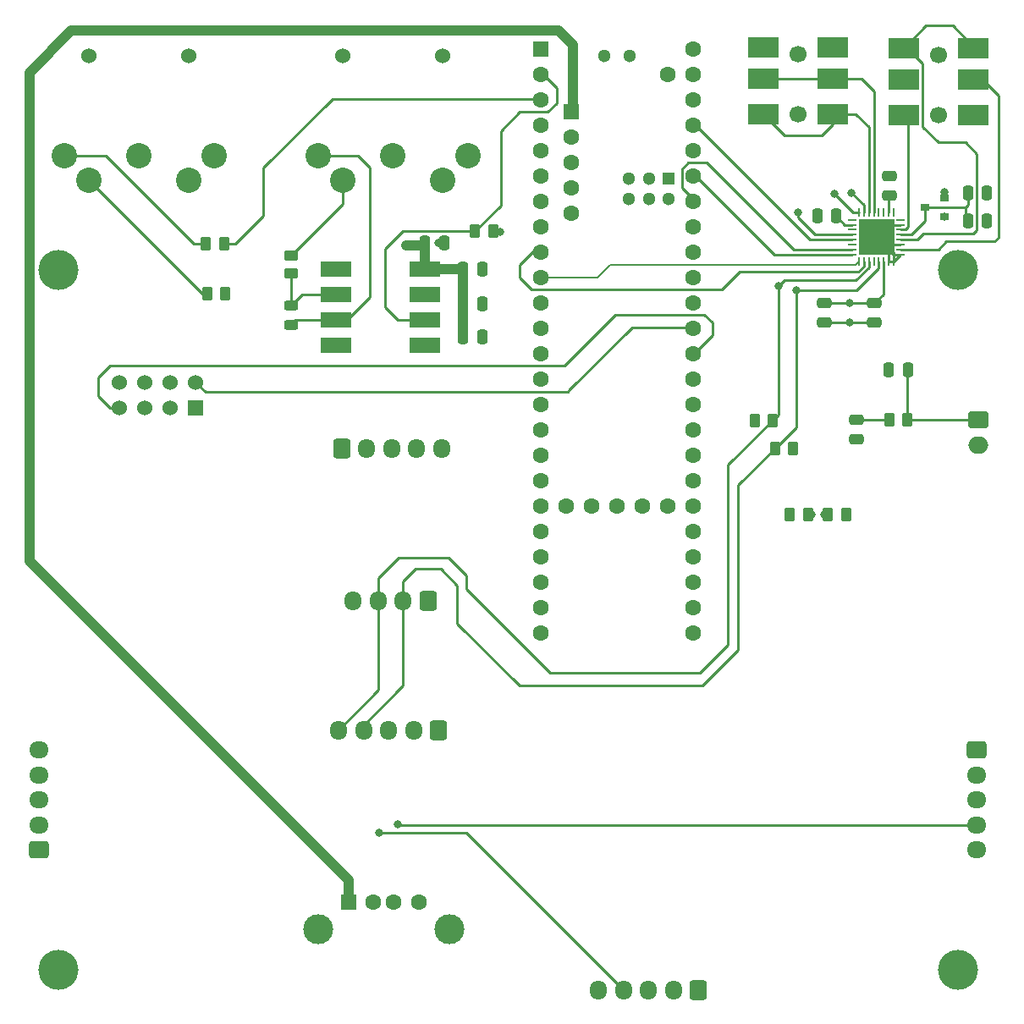
<source format=gbr>
%TF.GenerationSoftware,KiCad,Pcbnew,(6.0.1)*%
%TF.CreationDate,2022-04-22T15:57:16+02:00*%
%TF.ProjectId,BuitPCB,42756974-5043-4422-9e6b-696361645f70,rev?*%
%TF.SameCoordinates,Original*%
%TF.FileFunction,Copper,L1,Top*%
%TF.FilePolarity,Positive*%
%FSLAX46Y46*%
G04 Gerber Fmt 4.6, Leading zero omitted, Abs format (unit mm)*
G04 Created by KiCad (PCBNEW (6.0.1)) date 2022-04-22 15:57:16*
%MOMM*%
%LPD*%
G01*
G04 APERTURE LIST*
G04 Aperture macros list*
%AMRoundRect*
0 Rectangle with rounded corners*
0 $1 Rounding radius*
0 $2 $3 $4 $5 $6 $7 $8 $9 X,Y pos of 4 corners*
0 Add a 4 corners polygon primitive as box body*
4,1,4,$2,$3,$4,$5,$6,$7,$8,$9,$2,$3,0*
0 Add four circle primitives for the rounded corners*
1,1,$1+$1,$2,$3*
1,1,$1+$1,$4,$5*
1,1,$1+$1,$6,$7*
1,1,$1+$1,$8,$9*
0 Add four rect primitives between the rounded corners*
20,1,$1+$1,$2,$3,$4,$5,0*
20,1,$1+$1,$4,$5,$6,$7,0*
20,1,$1+$1,$6,$7,$8,$9,0*
20,1,$1+$1,$8,$9,$2,$3,0*%
G04 Aperture macros list end*
%TA.AperFunction,ComponentPad*%
%ADD10R,1.600000X1.600000*%
%TD*%
%TA.AperFunction,ComponentPad*%
%ADD11C,1.600000*%
%TD*%
%TA.AperFunction,ComponentPad*%
%ADD12R,1.300000X1.300000*%
%TD*%
%TA.AperFunction,ComponentPad*%
%ADD13C,1.300000*%
%TD*%
%TA.AperFunction,SMDPad,CuDef*%
%ADD14RoundRect,0.250000X-0.250000X-0.475000X0.250000X-0.475000X0.250000X0.475000X-0.250000X0.475000X0*%
%TD*%
%TA.AperFunction,SMDPad,CuDef*%
%ADD15RoundRect,0.243750X-0.456250X0.243750X-0.456250X-0.243750X0.456250X-0.243750X0.456250X0.243750X0*%
%TD*%
%TA.AperFunction,ComponentPad*%
%ADD16C,1.700000*%
%TD*%
%TA.AperFunction,SMDPad,CuDef*%
%ADD17R,3.150000X2.000000*%
%TD*%
%TA.AperFunction,ComponentPad*%
%ADD18RoundRect,0.250000X0.600000X0.725000X-0.600000X0.725000X-0.600000X-0.725000X0.600000X-0.725000X0*%
%TD*%
%TA.AperFunction,ComponentPad*%
%ADD19O,1.700000X1.950000*%
%TD*%
%TA.AperFunction,SMDPad,CuDef*%
%ADD20RoundRect,0.250000X0.450000X-0.262500X0.450000X0.262500X-0.450000X0.262500X-0.450000X-0.262500X0*%
%TD*%
%TA.AperFunction,SMDPad,CuDef*%
%ADD21RoundRect,0.250000X0.262500X0.450000X-0.262500X0.450000X-0.262500X-0.450000X0.262500X-0.450000X0*%
%TD*%
%TA.AperFunction,SMDPad,CuDef*%
%ADD22R,3.100000X1.600000*%
%TD*%
%TA.AperFunction,SMDPad,CuDef*%
%ADD23RoundRect,0.062500X0.337500X0.062500X-0.337500X0.062500X-0.337500X-0.062500X0.337500X-0.062500X0*%
%TD*%
%TA.AperFunction,SMDPad,CuDef*%
%ADD24RoundRect,0.062500X0.062500X0.337500X-0.062500X0.337500X-0.062500X-0.337500X0.062500X-0.337500X0*%
%TD*%
%TA.AperFunction,SMDPad,CuDef*%
%ADD25R,3.600000X3.600000*%
%TD*%
%TA.AperFunction,ComponentPad*%
%ADD26RoundRect,0.250000X0.725000X-0.600000X0.725000X0.600000X-0.725000X0.600000X-0.725000X-0.600000X0*%
%TD*%
%TA.AperFunction,ComponentPad*%
%ADD27O,1.950000X1.700000*%
%TD*%
%TA.AperFunction,ComponentPad*%
%ADD28C,1.524000*%
%TD*%
%TA.AperFunction,ComponentPad*%
%ADD29C,2.540000*%
%TD*%
%TA.AperFunction,ComponentPad*%
%ADD30C,3.000000*%
%TD*%
%TA.AperFunction,SMDPad,CuDef*%
%ADD31R,0.900000X0.800000*%
%TD*%
%TA.AperFunction,SMDPad,CuDef*%
%ADD32RoundRect,0.250000X0.475000X-0.250000X0.475000X0.250000X-0.475000X0.250000X-0.475000X-0.250000X0*%
%TD*%
%TA.AperFunction,SMDPad,CuDef*%
%ADD33RoundRect,0.250000X-0.475000X0.250000X-0.475000X-0.250000X0.475000X-0.250000X0.475000X0.250000X0*%
%TD*%
%TA.AperFunction,ComponentPad*%
%ADD34RoundRect,0.250000X-0.750000X0.600000X-0.750000X-0.600000X0.750000X-0.600000X0.750000X0.600000X0*%
%TD*%
%TA.AperFunction,ComponentPad*%
%ADD35O,2.000000X1.700000*%
%TD*%
%TA.AperFunction,SMDPad,CuDef*%
%ADD36RoundRect,0.250000X-0.262500X-0.450000X0.262500X-0.450000X0.262500X0.450000X-0.262500X0.450000X0*%
%TD*%
%TA.AperFunction,ComponentPad*%
%ADD37RoundRect,0.250000X-0.725000X0.600000X-0.725000X-0.600000X0.725000X-0.600000X0.725000X0.600000X0*%
%TD*%
%TA.AperFunction,ComponentPad*%
%ADD38R,1.524000X1.524000*%
%TD*%
%TA.AperFunction,SMDPad,CuDef*%
%ADD39RoundRect,0.250000X0.250000X0.475000X-0.250000X0.475000X-0.250000X-0.475000X0.250000X-0.475000X0*%
%TD*%
%TA.AperFunction,ComponentPad*%
%ADD40C,4.000000*%
%TD*%
%TA.AperFunction,ComponentPad*%
%ADD41RoundRect,0.250000X-0.600000X-0.725000X0.600000X-0.725000X0.600000X0.725000X-0.600000X0.725000X0*%
%TD*%
%TA.AperFunction,ViaPad*%
%ADD42C,0.800000*%
%TD*%
%TA.AperFunction,Conductor*%
%ADD43C,0.254000*%
%TD*%
%TA.AperFunction,Conductor*%
%ADD44C,0.250000*%
%TD*%
%TA.AperFunction,Conductor*%
%ADD45C,1.016000*%
%TD*%
%TA.AperFunction,Conductor*%
%ADD46C,0.200000*%
%TD*%
G04 APERTURE END LIST*
D10*
%TO.P,U1,1,GND*%
%TO.N,GND*%
X153252200Y-52853800D03*
D11*
%TO.P,U1,2,0_RX1_CRX2_CS1*%
%TO.N,MIDI_IN*%
X153252200Y-55393800D03*
%TO.P,U1,3,1_TX1_CTX2_MISO1*%
%TO.N,MIDI_OUT*%
X153252200Y-57933800D03*
%TO.P,U1,4,2_OUT2*%
%TO.N,SENS_XOUT_LEFT*%
X153252200Y-60473800D03*
%TO.P,U1,5,3_LRCLK2*%
%TO.N,SENS_XOUT_CENTER*%
X153252200Y-63013800D03*
%TO.P,U1,6,4_BCLK2*%
%TO.N,SENS_XOUT_RIGHT*%
X153252200Y-65553800D03*
%TO.P,U1,7,5_IN2*%
%TO.N,unconnected-(U1-Pad7)*%
X153252200Y-68093800D03*
%TO.P,U1,8,6_OUT1D*%
%TO.N,unconnected-(U1-Pad8)*%
X153252200Y-70633800D03*
%TO.P,U1,9,7_RX2_OUT1A*%
%TO.N,I2S_DIN*%
X153252200Y-73173800D03*
%TO.P,U1,10,8_TX2_IN1*%
%TO.N,I2S_DOUT*%
X153252200Y-75713800D03*
%TO.P,U1,11,9_OUT1C*%
%TO.N,TRELLIS_INT_PIN*%
X153252200Y-78253800D03*
%TO.P,U1,12,10_CS_MQSR*%
%TO.N,ROT_CLICK_SW*%
X153252200Y-80793800D03*
%TO.P,U1,13,11_MOSI_CTX1*%
%TO.N,ROT_CLICK_DT*%
X153252200Y-83333800D03*
%TO.P,U1,14,12_MISO_MQSL*%
%TO.N,ROT_CLICK_CLK*%
X153252200Y-85873800D03*
%TO.P,U1,15,3V3*%
%TO.N,+3V3*%
X153252200Y-88413800D03*
%TO.P,U1,16,24_A10_TX6_SCL2*%
%TO.N,unconnected-(U1-Pad16)*%
X153252200Y-90953800D03*
%TO.P,U1,17,25_A11_RX6_SDA2*%
%TO.N,unconnected-(U1-Pad17)*%
X153252200Y-93493800D03*
%TO.P,U1,18,26_A12_MOSI1*%
%TO.N,unconnected-(U1-Pad18)*%
X153252200Y-96033800D03*
%TO.P,U1,19,27_A13_SCK1*%
%TO.N,unconnected-(U1-Pad19)*%
X153252200Y-98573800D03*
%TO.P,U1,20,28_RX7*%
%TO.N,unconnected-(U1-Pad20)*%
X153252200Y-101113800D03*
%TO.P,U1,21,29_TX7*%
%TO.N,unconnected-(U1-Pad21)*%
X153252200Y-103653800D03*
%TO.P,U1,22,30_CRX3*%
%TO.N,unconnected-(U1-Pad22)*%
X153252200Y-106193800D03*
%TO.P,U1,23,31_CTX3*%
%TO.N,unconnected-(U1-Pad23)*%
X153252200Y-108733800D03*
%TO.P,U1,24,32_OUT1B*%
%TO.N,unconnected-(U1-Pad24)*%
X153252200Y-111273800D03*
%TO.P,U1,25,33_MCLK2*%
%TO.N,unconnected-(U1-Pad25)*%
X168492200Y-111273800D03*
%TO.P,U1,26,34_RX8*%
%TO.N,unconnected-(U1-Pad26)*%
X168492200Y-108733800D03*
%TO.P,U1,27,35_TX8*%
%TO.N,unconnected-(U1-Pad27)*%
X168492200Y-106193800D03*
%TO.P,U1,28,36_CS*%
%TO.N,unconnected-(U1-Pad28)*%
X168492200Y-103653800D03*
%TO.P,U1,29,37_CS*%
%TO.N,unconnected-(U1-Pad29)*%
X168492200Y-101113800D03*
%TO.P,U1,30,38_CS1_IN1*%
%TO.N,unconnected-(U1-Pad30)*%
X168492200Y-98573800D03*
%TO.P,U1,31,39_MISO1_OUT1A*%
%TO.N,unconnected-(U1-Pad31)*%
X168492200Y-96033800D03*
%TO.P,U1,32,40_A16*%
%TO.N,unconnected-(U1-Pad32)*%
X168492200Y-93493800D03*
%TO.P,U1,33,41_A17*%
%TO.N,unconnected-(U1-Pad33)*%
X168492200Y-90953800D03*
%TO.P,U1,34,GND*%
%TO.N,GND*%
X168492200Y-88413800D03*
%TO.P,U1,35,13_SCK_LED*%
%TO.N,unconnected-(U1-Pad35)*%
X168492200Y-85873800D03*
%TO.P,U1,36,14_A0_TX3_SPDIF_OUT*%
%TO.N,ESP8266_UART_RX*%
X168492200Y-83333800D03*
%TO.P,U1,37,15_A1_RX3_SPDIF_IN*%
%TO.N,ESP8266_UART_TX*%
X168492200Y-80793800D03*
%TO.P,U1,38,16_A2_RX4_SCL1*%
%TO.N,SENS_I2C_SCL*%
X168492200Y-78253800D03*
%TO.P,U1,39,17_A3_TX4_SDA1*%
%TO.N,SENS_I2C_SDA*%
X168492200Y-75713800D03*
%TO.P,U1,40,18_A4_SDA*%
%TO.N,I2C_SDA_3V3*%
X168492200Y-73173800D03*
%TO.P,U1,41,19_A5_SCL*%
%TO.N,I2C_SCL_3V3*%
X168492200Y-70633800D03*
%TO.P,U1,42,20_A6_TX5_LRCLK1*%
%TO.N,I2S_LRCLK*%
X168492200Y-68093800D03*
%TO.P,U1,43,21_A7_RX5_BCLK1*%
%TO.N,I2S_SCLK*%
X168492200Y-65553800D03*
%TO.P,U1,44,22_A8_CTX1*%
%TO.N,unconnected-(U1-Pad44)*%
X168492200Y-63013800D03*
%TO.P,U1,45,23_A9_CRX1_MCLK1*%
%TO.N,I2S_MCLK*%
X168492200Y-60473800D03*
%TO.P,U1,46,3V3*%
%TO.N,+3V3*%
X168492200Y-57933800D03*
%TO.P,U1,47,GND*%
%TO.N,GND*%
X168492200Y-55393800D03*
%TO.P,U1,48,VIN*%
%TO.N,V_USB*%
X168492200Y-52853800D03*
%TO.P,U1,49,VUSB*%
%TO.N,unconnected-(U1-Pad49)*%
X165952200Y-55393800D03*
%TO.P,U1,50,VBAT*%
%TO.N,unconnected-(U1-Pad50)*%
X155792200Y-98573800D03*
%TO.P,U1,51,3V3*%
%TO.N,+3V3*%
X158332200Y-98573800D03*
%TO.P,U1,52,GND*%
%TO.N,GND*%
X160872200Y-98573800D03*
%TO.P,U1,53,PROGRAM*%
%TO.N,unconnected-(U1-Pad53)*%
X163412200Y-98573800D03*
%TO.P,U1,54,ON_OFF*%
%TO.N,unconnected-(U1-Pad54)*%
X165952200Y-98573800D03*
D10*
%TO.P,U1,55,5V*%
%TO.N,USB_HOST_5V*%
X156303000Y-59153000D03*
D11*
%TO.P,U1,56,D-*%
%TO.N,USB_HOST_N*%
X156303000Y-61693000D03*
%TO.P,U1,57,D+*%
%TO.N,USB_HOST_P*%
X156303000Y-64233000D03*
%TO.P,U1,58,GND*%
%TO.N,GND*%
X156303000Y-66773000D03*
%TO.P,U1,59,GND*%
X156303000Y-69313000D03*
D12*
%TO.P,U1,60,R+*%
%TO.N,unconnected-(U1-Pad60)*%
X166053800Y-65823800D03*
D13*
%TO.P,U1,61,LED*%
%TO.N,unconnected-(U1-Pad61)*%
X164053800Y-65823800D03*
%TO.P,U1,62,T-*%
%TO.N,unconnected-(U1-Pad62)*%
X162053800Y-65823800D03*
%TO.P,U1,63,T+*%
%TO.N,unconnected-(U1-Pad63)*%
X162053800Y-67823800D03*
%TO.P,U1,64,GND*%
%TO.N,GND*%
X164053800Y-67823800D03*
%TO.P,U1,65,R-*%
%TO.N,unconnected-(U1-Pad65)*%
X166053800Y-67823800D03*
%TO.P,U1,66,D-*%
%TO.N,unconnected-(U1-Pad66)*%
X162142200Y-53583800D03*
%TO.P,U1,67,D+*%
%TO.N,unconnected-(U1-Pad67)*%
X159602200Y-53583800D03*
%TD*%
D14*
%TO.P,C1,1*%
%TO.N,V_USB*%
X141637000Y-72234000D03*
%TO.P,C1,2*%
%TO.N,GND*%
X143537000Y-72234000D03*
%TD*%
%TO.P,C2,1*%
%TO.N,VDDA*%
X195961000Y-70104000D03*
%TO.P,C2,2*%
%TO.N,GND*%
X197861000Y-70104000D03*
%TD*%
%TO.P,C3,1*%
%TO.N,VDDA*%
X195961000Y-67310000D03*
%TO.P,C3,2*%
%TO.N,GND*%
X197861000Y-67310000D03*
%TD*%
D15*
%TO.P,D1,1,K*%
%TO.N,Net-(D1-Pad1)*%
X128270000Y-78564500D03*
%TO.P,D1,2,A*%
%TO.N,Net-(D1-Pad2)*%
X128270000Y-80439500D03*
%TD*%
D16*
%TO.P,J4,*%
%TO.N,*%
X179000000Y-53376000D03*
X179000000Y-59376000D03*
D17*
%TO.P,J4,R*%
%TO.N,LINE_IN_R*%
X182475000Y-55876000D03*
X175525000Y-55876000D03*
%TO.P,J4,S*%
%TO.N,GND*%
X182475000Y-52676000D03*
X175525000Y-52676000D03*
%TO.P,J4,T*%
%TO.N,LINE_IN_L*%
X175525000Y-59376000D03*
X182475000Y-59376000D03*
%TD*%
D18*
%TO.P,J11,1,Pin_1*%
%TO.N,+3V3*%
X141952000Y-108048000D03*
D19*
%TO.P,J11,2,Pin_2*%
%TO.N,I2C_SCL_3V3*%
X139452000Y-108048000D03*
%TO.P,J11,3,Pin_3*%
%TO.N,I2C_SDA_3V3*%
X136952000Y-108048000D03*
%TO.P,J11,4,Pin_4*%
%TO.N,GND*%
X134452000Y-108048000D03*
%TD*%
D20*
%TO.P,R1,1*%
%TO.N,Net-(D1-Pad1)*%
X128270000Y-75334500D03*
%TO.P,R1,2*%
%TO.N,Net-(J1-Pad4)*%
X128270000Y-73509500D03*
%TD*%
D21*
%TO.P,R3,1*%
%TO.N,MIDI_OUT*%
X121562500Y-72390000D03*
%TO.P,R3,2*%
%TO.N,Net-(J2-Pad5)*%
X119737500Y-72390000D03*
%TD*%
D22*
%TO.P,U2,1,NC*%
%TO.N,unconnected-(U2-Pad1)*%
X132715000Y-74930000D03*
%TO.P,U2,2,C1*%
%TO.N,Net-(D1-Pad1)*%
X132715000Y-77470000D03*
%TO.P,U2,3,C2*%
%TO.N,Net-(D1-Pad2)*%
X132715000Y-80010000D03*
%TO.P,U2,4,NC*%
%TO.N,unconnected-(U2-Pad4)*%
X132715000Y-82550000D03*
%TO.P,U2,5,GND*%
%TO.N,GND*%
X141605000Y-82550000D03*
%TO.P,U2,6,VO2*%
%TO.N,MIDI_IN*%
X141605000Y-80010000D03*
%TO.P,U2,7,VO1*%
%TO.N,unconnected-(U2-Pad7)*%
X141605000Y-77470000D03*
%TO.P,U2,8,VCC*%
%TO.N,V_USB*%
X141605000Y-74930000D03*
%TD*%
D23*
%TO.P,U4,1,GND*%
%TO.N,GND*%
X189250000Y-73450000D03*
%TO.P,U4,2,HP_R*%
%TO.N,HP_R*%
X189250000Y-72950000D03*
%TO.P,U4,3,GND*%
%TO.N,GND*%
X189250000Y-72450000D03*
%TO.P,U4,4,HP_VGND*%
%TO.N,HP_GND*%
X189250000Y-71950000D03*
%TO.P,U4,5,VDDA*%
%TO.N,VDDA*%
X189250000Y-71450000D03*
%TO.P,U4,6,HP_L*%
%TO.N,HP_L*%
X189250000Y-70950000D03*
%TO.P,U4,7,AGND*%
%TO.N,GND*%
X189250000Y-70450000D03*
%TO.P,U4,8,NC*%
%TO.N,unconnected-(U4-Pad8)*%
X189250000Y-69950000D03*
D24*
%TO.P,U4,9,NC*%
%TO.N,unconnected-(U4-Pad9)*%
X188550000Y-69250000D03*
%TO.P,U4,10,VAG*%
%TO.N,Net-(C8-Pad2)*%
X188050000Y-69250000D03*
%TO.P,U4,11,LINEOUT_R*%
%TO.N,LINE_OUT_R*%
X187550000Y-69250000D03*
%TO.P,U4,12,LINEOUT_L*%
%TO.N,LINE_OUT_L*%
X187050000Y-69250000D03*
%TO.P,U4,13,LINEIN_R*%
%TO.N,LINE_IN_R*%
X186550000Y-69250000D03*
%TO.P,U4,14,LINEIN_L*%
%TO.N,LINE_IN_L*%
X186050000Y-69250000D03*
%TO.P,U4,15,MIC*%
%TO.N,MIC*%
X185550000Y-69250000D03*
%TO.P,U4,16,MIC_BIAS*%
%TO.N,MIC_BIAS*%
X185050000Y-69250000D03*
D23*
%TO.P,U4,17,NC*%
%TO.N,unconnected-(U4-Pad17)*%
X184350000Y-69950000D03*
%TO.P,U4,18,CPFILT*%
%TO.N,Net-(C9-Pad2)*%
X184350000Y-70450000D03*
%TO.P,U4,19,NC*%
%TO.N,unconnected-(U4-Pad19)*%
X184350000Y-70950000D03*
%TO.P,U4,20,VDDIO*%
%TO.N,+3V3*%
X184350000Y-71450000D03*
%TO.P,U4,21,SYS_MCLK*%
%TO.N,I2S_MCLK*%
X184350000Y-71950000D03*
%TO.P,U4,22,NC*%
%TO.N,unconnected-(U4-Pad22)*%
X184350000Y-72450000D03*
%TO.P,U4,23,I2S_LRCLK*%
%TO.N,I2S_LRCLK*%
X184350000Y-72950000D03*
%TO.P,U4,24,I2S_SCLK*%
%TO.N,I2S_SCLK*%
X184350000Y-73450000D03*
D24*
%TO.P,U4,25,I2S_DOUT*%
%TO.N,I2S_DOUT*%
X185050000Y-74150000D03*
%TO.P,U4,26,I2S_DIN*%
%TO.N,I2S_DIN*%
X185550000Y-74150000D03*
%TO.P,U4,27,CTRL_DATA*%
%TO.N,I2C_SDA_3V3*%
X186050000Y-74150000D03*
%TO.P,U4,28,NC*%
%TO.N,unconnected-(U4-Pad28)*%
X186550000Y-74150000D03*
%TO.P,U4,29,CTRL_CLK*%
%TO.N,I2C_SCL_3V3*%
X187050000Y-74150000D03*
%TO.P,U4,30,VDDD*%
%TO.N,+3V3*%
X187550000Y-74150000D03*
%TO.P,U4,31,CTRL_ADR0_CS*%
%TO.N,GND*%
X188050000Y-74150000D03*
%TO.P,U4,32,CTRL_MODE*%
X188550000Y-74150000D03*
D25*
%TO.P,U4,33,GND*%
X186800000Y-71700000D03*
%TD*%
D26*
%TO.P,J5,1,Pin_1*%
%TO.N,+3V3*%
X103000000Y-133000000D03*
D27*
%TO.P,J5,2,Pin_2*%
%TO.N,SENS_I2C_SCL*%
X103000000Y-130500000D03*
%TO.P,J5,3,Pin_3*%
%TO.N,SENS_I2C_SDA*%
X103000000Y-128000000D03*
%TO.P,J5,4,Pin_4*%
%TO.N,SENS_XOUT_LEFT*%
X103000000Y-125500000D03*
%TO.P,J5,5,Pin_5*%
%TO.N,GND*%
X103000000Y-123000000D03*
%TD*%
D18*
%TO.P,J9,1,Pin_1*%
%TO.N,+3V3*%
X169000000Y-147000000D03*
D19*
%TO.P,J9,2,Pin_2*%
%TO.N,SENS_I2C_SCL*%
X166500000Y-147000000D03*
%TO.P,J9,3,Pin_3*%
%TO.N,SENS_I2C_SDA*%
X164000000Y-147000000D03*
%TO.P,J9,4,Pin_4*%
%TO.N,SENS_XOUT_CENTER*%
X161500000Y-147000000D03*
%TO.P,J9,5,Pin_5*%
%TO.N,GND*%
X159000000Y-147000000D03*
%TD*%
D18*
%TO.P,J12,1,Pin_1*%
%TO.N,TRELLIS_INT_PIN*%
X143000000Y-121000000D03*
D19*
%TO.P,J12,2,Pin_2*%
%TO.N,+3V3*%
X140500000Y-121000000D03*
%TO.P,J12,3,Pin_3*%
%TO.N,GND*%
X138000000Y-121000000D03*
%TO.P,J12,4,Pin_4*%
%TO.N,I2C_SCL_3V3*%
X135500000Y-121000000D03*
%TO.P,J12,5,Pin_5*%
%TO.N,I2C_SDA_3V3*%
X133000000Y-121000000D03*
%TD*%
D28*
%TO.P,J2,*%
%TO.N,*%
X118030000Y-53535000D03*
X108030000Y-53535000D03*
D29*
%TO.P,J2,1*%
%TO.N,unconnected-(J2-Pad1)*%
X120530000Y-63535000D03*
%TO.P,J2,2*%
%TO.N,unconnected-(J2-Pad2)*%
X118030000Y-66035000D03*
%TO.P,J2,3*%
%TO.N,unconnected-(J2-Pad3)*%
X113030000Y-63535000D03*
%TO.P,J2,4*%
%TO.N,Net-(J2-Pad4)*%
X108030000Y-66035000D03*
%TO.P,J2,5*%
%TO.N,Net-(J2-Pad5)*%
X105530000Y-63535000D03*
%TD*%
D10*
%TO.P,J3,1,VBUS*%
%TO.N,USB_HOST_5V*%
X134000000Y-138253000D03*
D11*
%TO.P,J3,2,D-*%
%TO.N,USB_HOST_N*%
X136500000Y-138253000D03*
%TO.P,J3,3,D+*%
%TO.N,USB_HOST_P*%
X138500000Y-138253000D03*
%TO.P,J3,4,GND*%
%TO.N,GND*%
X141000000Y-138253000D03*
D30*
%TO.P,J3,5,Shield*%
X144070000Y-140963000D03*
X130930000Y-140963000D03*
%TD*%
D31*
%TO.P,U3,1,VI*%
%TO.N,+3V3*%
X193643000Y-69657000D03*
%TO.P,U3,2,GND*%
%TO.N,GND*%
X193643000Y-67757000D03*
%TO.P,U3,3,VO*%
%TO.N,VDDA*%
X191643000Y-68707000D03*
%TD*%
D32*
%TO.P,C4,1*%
%TO.N,GND*%
X186595600Y-80220200D03*
%TO.P,C4,2*%
%TO.N,+3V3*%
X186595600Y-78320200D03*
%TD*%
%TO.P,C7,1*%
%TO.N,GND*%
X181595600Y-80220200D03*
%TO.P,C7,2*%
%TO.N,+3V3*%
X181595600Y-78320200D03*
%TD*%
D33*
%TO.P,C8,1*%
%TO.N,GND*%
X188087000Y-65598000D03*
%TO.P,C8,2*%
%TO.N,Net-(C8-Pad2)*%
X188087000Y-67498000D03*
%TD*%
D14*
%TO.P,C9,1*%
%TO.N,GND*%
X180888600Y-69596000D03*
%TO.P,C9,2*%
%TO.N,Net-(C9-Pad2)*%
X182788600Y-69596000D03*
%TD*%
D33*
%TO.P,C11,1*%
%TO.N,MIC_BIAS*%
X184835800Y-89982000D03*
%TO.P,C11,2*%
%TO.N,GND*%
X184835800Y-91882000D03*
%TD*%
D34*
%TO.P,J8,1,Pin_1*%
%TO.N,Net-(C10-Pad2)*%
X197000000Y-90000000D03*
D35*
%TO.P,J8,2,Pin_2*%
%TO.N,GND*%
X197000000Y-92500000D03*
%TD*%
D36*
%TO.P,R14,1*%
%TO.N,MIC_BIAS*%
X188087500Y-90000000D03*
%TO.P,R14,2*%
%TO.N,Net-(C10-Pad2)*%
X189912500Y-90000000D03*
%TD*%
D28*
%TO.P,J1,*%
%TO.N,*%
X133430000Y-53535000D03*
X143430000Y-53535000D03*
D29*
%TO.P,J1,1*%
%TO.N,unconnected-(J1-Pad1)*%
X145930000Y-63535000D03*
%TO.P,J1,2*%
%TO.N,unconnected-(J1-Pad2)*%
X143430000Y-66035000D03*
%TO.P,J1,3*%
%TO.N,unconnected-(J1-Pad3)*%
X138430000Y-63535000D03*
%TO.P,J1,4*%
%TO.N,Net-(J1-Pad4)*%
X133430000Y-66035000D03*
%TO.P,J1,5*%
%TO.N,Net-(D1-Pad2)*%
X130930000Y-63535000D03*
%TD*%
D37*
%TO.P,J7,1,Pin_1*%
%TO.N,+3V3*%
X196850000Y-123000000D03*
D27*
%TO.P,J7,2,Pin_2*%
%TO.N,SENS_I2C_SCL*%
X196850000Y-125500000D03*
%TO.P,J7,3,Pin_3*%
%TO.N,SENS_I2C_SDA*%
X196850000Y-128000000D03*
%TO.P,J7,4,Pin_4*%
%TO.N,SENS_XOUT_RIGHT*%
X196850000Y-130500000D03*
%TO.P,J7,5,Pin_5*%
%TO.N,GND*%
X196850000Y-133000000D03*
%TD*%
D21*
%TO.P,R4,1*%
%TO.N,+3V3*%
X148486500Y-71120000D03*
%TO.P,R4,2*%
%TO.N,MIDI_IN*%
X146661500Y-71120000D03*
%TD*%
D28*
%TO.P,U6,1,TXD*%
%TO.N,ESP8266_UART_TX*%
X118711000Y-86204000D03*
%TO.P,U6,2,CH_PD*%
%TO.N,unconnected-(U6-Pad2)*%
X116171000Y-86204000D03*
%TO.P,U6,3,RST*%
%TO.N,unconnected-(U6-Pad3)*%
X113631000Y-86204000D03*
%TO.P,U6,4,VCC*%
%TO.N,+3V3*%
X111091000Y-86204000D03*
%TO.P,U6,5,RXD*%
%TO.N,ESP8266_UART_RX*%
X111091000Y-88744000D03*
%TO.P,U6,6,GPIO0*%
%TO.N,unconnected-(U6-Pad6)*%
X113631000Y-88744000D03*
%TO.P,U6,7,GPIO2*%
%TO.N,unconnected-(U6-Pad7)*%
X116171000Y-88744000D03*
D38*
%TO.P,U6,8,GND*%
%TO.N,GND*%
X118711000Y-88744000D03*
%TD*%
D16*
%TO.P,J6,*%
%TO.N,*%
X193000000Y-59468000D03*
X193000000Y-53468000D03*
D17*
%TO.P,J6,R*%
%TO.N,HP_R*%
X189525000Y-55968000D03*
X196475000Y-55968000D03*
%TO.P,J6,S*%
%TO.N,HP_GND*%
X189525000Y-52768000D03*
X196475000Y-52768000D03*
%TO.P,J6,T*%
%TO.N,HP_L*%
X196475000Y-59468000D03*
X189525000Y-59468000D03*
%TD*%
D14*
%TO.P,C10,1*%
%TO.N,MIC*%
X188050000Y-85000000D03*
%TO.P,C10,2*%
%TO.N,Net-(C10-Pad2)*%
X189950000Y-85000000D03*
%TD*%
D21*
%TO.P,R2,1*%
%TO.N,+3V3*%
X121689500Y-77343000D03*
%TO.P,R2,2*%
%TO.N,Net-(J2-Pad4)*%
X119864500Y-77343000D03*
%TD*%
D39*
%TO.P,C6,1*%
%TO.N,GND*%
X147347000Y-74901000D03*
%TO.P,C6,2*%
%TO.N,V_USB*%
X145447000Y-74901000D03*
%TD*%
D36*
%TO.P,R6,1*%
%TO.N,+3V3*%
X174620200Y-90064800D03*
%TO.P,R6,2*%
%TO.N,I2C_SDA_3V3*%
X176445200Y-90064800D03*
%TD*%
D39*
%TO.P,C12,1*%
%TO.N,GND*%
X147347000Y-78330000D03*
%TO.P,C12,2*%
%TO.N,V_USB*%
X145447000Y-78330000D03*
%TD*%
D40*
%TO.P,,1*%
%TO.N,N/C*%
X105000000Y-75000000D03*
%TD*%
%TO.P,,1*%
%TO.N,N/C*%
X195000000Y-145000000D03*
%TD*%
D21*
%TO.P,R8,1*%
%TO.N,+3V3*%
X183758500Y-99412000D03*
%TO.P,R8,2*%
%TO.N,SENS_I2C_SDA*%
X181933500Y-99412000D03*
%TD*%
D39*
%TO.P,C5,1*%
%TO.N,GND*%
X147347000Y-81632000D03*
%TO.P,C5,2*%
%TO.N,V_USB*%
X145447000Y-81632000D03*
%TD*%
D36*
%TO.P,R7,1*%
%TO.N,+3V3*%
X178157500Y-99412000D03*
%TO.P,R7,2*%
%TO.N,SENS_I2C_SCL*%
X179982500Y-99412000D03*
%TD*%
D40*
%TO.P,,1*%
%TO.N,N/C*%
X195000000Y-75000000D03*
%TD*%
%TO.P,REF\u002A\u002A,1*%
%TO.N,N/C*%
X105000000Y-145000000D03*
%TD*%
D41*
%TO.P,J10,1,Pin_1*%
%TO.N,GND*%
X133300000Y-92800000D03*
D19*
%TO.P,J10,2,Pin_2*%
%TO.N,+3V3*%
X135800000Y-92800000D03*
%TO.P,J10,3,Pin_3*%
%TO.N,ROT_CLICK_SW*%
X138300000Y-92800000D03*
%TO.P,J10,4,Pin_4*%
%TO.N,ROT_CLICK_DT*%
X140800000Y-92800000D03*
%TO.P,J10,5,Pin_5*%
%TO.N,ROT_CLICK_CLK*%
X143300000Y-92800000D03*
%TD*%
D21*
%TO.P,R5,1*%
%TO.N,+3V3*%
X178473400Y-92858800D03*
%TO.P,R5,2*%
%TO.N,I2C_SCL_3V3*%
X176648400Y-92858800D03*
%TD*%
D42*
%TO.N,GND*%
X147286000Y-74901000D03*
X182499000Y-52867000D03*
X193650000Y-67160000D03*
X185674000Y-71628000D03*
X185674000Y-70583000D03*
X186783000Y-70583000D03*
X180848000Y-69519800D03*
X147286000Y-78330000D03*
X187960000Y-71628000D03*
X141610000Y-82730000D03*
X147286000Y-81632000D03*
X184092200Y-80220200D03*
X184861200Y-91897200D03*
X197927000Y-67310000D03*
X188000000Y-70583000D03*
X142968000Y-72234000D03*
X185674000Y-72742000D03*
X186783000Y-72742000D03*
X197927000Y-70104000D03*
X187960000Y-72742000D03*
X186800000Y-71700000D03*
X175514000Y-52867000D03*
X188112400Y-65557400D03*
%TO.N,HP_L*%
X196342000Y-59690000D03*
X189615500Y-59558500D03*
%TO.N,HP_R*%
X196475000Y-55968000D03*
X189738000Y-56134000D03*
%TO.N,+3V3*%
X178172400Y-99412000D03*
X149190000Y-71160000D03*
X178969410Y-69215000D03*
X121700000Y-77375000D03*
X184112600Y-78320200D03*
X183760400Y-99412000D03*
X178477200Y-92858800D03*
X174616400Y-90064800D03*
X193630000Y-69650000D03*
%TO.N,I2C_SDA_3V3*%
X177012600Y-76606400D03*
%TO.N,I2C_SCL_3V3*%
X178765200Y-77012800D03*
%TO.N,SENS_I2C_SDA*%
X181610000Y-99412000D03*
%TO.N,SENS_I2C_SCL*%
X180340000Y-99412000D03*
%TO.N,SENS_XOUT_RIGHT*%
X138925000Y-130475000D03*
%TO.N,SENS_XOUT_CENTER*%
X137075000Y-131250000D03*
%TO.N,V_USB*%
X139793000Y-72488000D03*
%TO.N,MIC*%
X184327800Y-67259200D03*
X188036200Y-84963000D03*
%TO.N,MIC_BIAS*%
X184853800Y-90000000D03*
X182600600Y-67360800D03*
%TD*%
D43*
%TO.N,HP_L*%
X189975010Y-61950010D02*
X189975010Y-59918010D01*
X189975010Y-59918010D02*
X189615500Y-59558500D01*
%TO.N,LINE_IN_L*%
X186050000Y-60706000D02*
X184720000Y-59376000D01*
X186050000Y-65075000D02*
X186050000Y-60706000D01*
X184720000Y-59376000D02*
X182475000Y-59376000D01*
%TO.N,LINE_IN_R*%
X185284000Y-55876000D02*
X182475000Y-55876000D01*
X186550000Y-57142000D02*
X185284000Y-55876000D01*
X186550000Y-60820000D02*
X186550000Y-57142000D01*
%TO.N,HP_GND*%
X196850000Y-65151000D02*
X196850000Y-63378000D01*
X196850000Y-63378000D02*
X195702000Y-62230000D01*
D44*
X193032000Y-62230000D02*
X195702000Y-62230000D01*
D43*
%TO.N,HP_R*%
X199009000Y-59563000D02*
X199009000Y-57531000D01*
%TO.N,SENS_XOUT_RIGHT*%
X138950000Y-130500000D02*
X138925000Y-130475000D01*
X196850000Y-130500000D02*
X138950000Y-130500000D01*
%TO.N,I2C_SCL_3V3*%
X144873000Y-110373000D02*
X151086000Y-116586000D01*
X144873000Y-106524000D02*
X144873000Y-110373000D01*
X143222000Y-104873000D02*
X144873000Y-106524000D01*
X140682000Y-104873000D02*
X143222000Y-104873000D01*
X139452000Y-106103000D02*
X140682000Y-104873000D01*
X139452000Y-108048000D02*
X139452000Y-106103000D01*
%TO.N,I2C_SDA_3V3*%
X139031000Y-103730000D02*
X136952000Y-105809000D01*
X143984000Y-103730000D02*
X139031000Y-103730000D01*
X136952000Y-105809000D02*
X136952000Y-108048000D01*
X145762000Y-106905000D02*
X145762000Y-105508000D01*
X145762000Y-105508000D02*
X143984000Y-103730000D01*
X154173000Y-115316000D02*
X145762000Y-106905000D01*
X158491000Y-115316000D02*
X154173000Y-115316000D01*
D44*
X158491000Y-115316000D02*
X169164000Y-115316000D01*
D43*
X136999000Y-116952000D02*
X136999000Y-108048000D01*
%TO.N,I2C_SCL_3V3*%
X139452000Y-116580000D02*
X139189500Y-116842500D01*
X139452000Y-108048000D02*
X139452000Y-116580000D01*
D44*
X135500000Y-120532000D02*
X139189500Y-116842500D01*
D45*
%TO.N,USB_HOST_5V*%
X134000000Y-136000000D02*
X134000000Y-138253000D01*
X102074000Y-104074000D02*
X134000000Y-136000000D01*
D44*
%TO.N,Net-(J2-Pad5)*%
X105530000Y-63535000D02*
X109693000Y-63535000D01*
X118548000Y-72390000D02*
X119737500Y-72390000D01*
X109693000Y-63535000D02*
X118548000Y-72390000D01*
%TO.N,Net-(J2-Pad4)*%
X119338000Y-77343000D02*
X119864500Y-77343000D01*
X108030000Y-66035000D02*
X119338000Y-77343000D01*
%TO.N,GND*%
X184092200Y-80220200D02*
X181595600Y-80220200D01*
X187550000Y-72450000D02*
X186800000Y-71700000D01*
X188881000Y-73819000D02*
X189250000Y-73450000D01*
X188550000Y-74150000D02*
X188550000Y-73234000D01*
X188550000Y-73450000D02*
X186800000Y-71700000D01*
X188122000Y-70450000D02*
X187960000Y-70612000D01*
X188050000Y-74150000D02*
X188050000Y-72734000D01*
X188050000Y-72734000D02*
X187960000Y-72644000D01*
X189250000Y-70450000D02*
X188122000Y-70450000D01*
X189250000Y-73450000D02*
X188550000Y-73450000D01*
X186595600Y-80220200D02*
X184092200Y-80220200D01*
X188550000Y-73234000D02*
X187960000Y-72644000D01*
X188550000Y-74150000D02*
X188881000Y-73819000D01*
X188050000Y-74150000D02*
X188550000Y-74150000D01*
X189250000Y-72450000D02*
X187550000Y-72450000D01*
%TO.N,VDDA*%
X191643000Y-68707000D02*
X195707000Y-68707000D01*
X191643000Y-70104000D02*
X191643000Y-68707000D01*
X195707000Y-68707000D02*
X195707000Y-69850000D01*
X190297000Y-71450000D02*
X191643000Y-70104000D01*
X195707000Y-68707000D02*
X195961000Y-68453000D01*
X195961000Y-68453000D02*
X195961000Y-67310000D01*
X189250000Y-71450000D02*
X190297000Y-71450000D01*
X195707000Y-69850000D02*
X195961000Y-70104000D01*
%TO.N,Net-(D1-Pad2)*%
X133858000Y-80010000D02*
X136144000Y-77724000D01*
X136144000Y-77724000D02*
X136144000Y-64770000D01*
X134909000Y-63535000D02*
X130930000Y-63535000D01*
X132715000Y-80010000D02*
X128699500Y-80010000D01*
X128699500Y-80010000D02*
X128270000Y-80439500D01*
X136144000Y-64770000D02*
X134909000Y-63535000D01*
X132715000Y-80010000D02*
X133858000Y-80010000D01*
%TO.N,Net-(D1-Pad1)*%
X132715000Y-77470000D02*
X129364500Y-77470000D01*
X128270000Y-75334500D02*
X128270000Y-78564500D01*
X129364500Y-77470000D02*
X128270000Y-78564500D01*
%TO.N,Net-(J1-Pad4)*%
X133430000Y-66035000D02*
X133430000Y-68349500D01*
X133430000Y-68349500D02*
X128270000Y-73509500D01*
%TO.N,LINE_IN_L*%
X181356000Y-61503000D02*
X177652000Y-61503000D01*
X182475000Y-59376000D02*
X182475000Y-60384000D01*
X177652000Y-61503000D02*
X175525000Y-59376000D01*
X186050000Y-69250000D02*
X186050000Y-65075000D01*
X182475000Y-60384000D02*
X181356000Y-61503000D01*
%TO.N,LINE_IN_R*%
X175525000Y-55876000D02*
X182475000Y-55876000D01*
X186550000Y-60820000D02*
X186550000Y-69250000D01*
%TO.N,HP_L*%
X189615500Y-59558500D02*
X189525000Y-59468000D01*
X189975010Y-70673012D02*
X189975010Y-61950010D01*
X189698022Y-70950000D02*
X189975010Y-70673012D01*
X189250000Y-70950000D02*
X189698022Y-70950000D01*
%TO.N,HP_GND*%
X196475000Y-52768000D02*
X196475000Y-52584000D01*
X191450000Y-60648000D02*
X193032000Y-62230000D01*
X191516000Y-71374000D02*
X190940000Y-71950000D01*
X196850000Y-65151000D02*
X196850000Y-70993000D01*
X196469000Y-71374000D02*
X191516000Y-71374000D01*
X190940000Y-71950000D02*
X189250000Y-71950000D01*
X191747000Y-50546000D02*
X189525000Y-52768000D01*
X196850000Y-70993000D02*
X196469000Y-71374000D01*
X191450000Y-54326500D02*
X191450000Y-60648000D01*
X194437000Y-50546000D02*
X191747000Y-50546000D01*
X189525000Y-52768000D02*
X189891500Y-52768000D01*
X189525000Y-52768000D02*
X190182000Y-52768000D01*
X196475000Y-52584000D02*
X194437000Y-50546000D01*
X189891500Y-52768000D02*
X191450000Y-54326500D01*
%TO.N,HP_R*%
X197446000Y-55968000D02*
X196475000Y-55968000D01*
X189250000Y-72950000D02*
X192988000Y-72950000D01*
X199009000Y-57531000D02*
X197446000Y-55968000D01*
X199009000Y-71755000D02*
X199009000Y-59563000D01*
X198628000Y-72136000D02*
X199009000Y-71755000D01*
X192988000Y-72950000D02*
X193802000Y-72136000D01*
X193802000Y-72136000D02*
X198628000Y-72136000D01*
%TO.N,+3V3*%
X184112600Y-78320200D02*
X186595600Y-78320200D01*
X187550000Y-74247800D02*
X187500010Y-74297790D01*
X181595600Y-78320200D02*
X184112600Y-78320200D01*
X121689500Y-77364500D02*
X121700000Y-77375000D01*
X187550000Y-74150000D02*
X187550000Y-74247800D01*
X178969410Y-69754410D02*
X178969410Y-69215000D01*
X180665000Y-71450000D02*
X178969410Y-69754410D01*
X187500010Y-77415790D02*
X186595600Y-78320200D01*
X187500010Y-74297790D02*
X187500010Y-77415790D01*
X121689500Y-77343000D02*
X121689500Y-77364500D01*
X184350000Y-71450000D02*
X180665000Y-71450000D01*
%TO.N,I2C_SDA_3V3*%
X184762232Y-76022200D02*
X177596800Y-76022200D01*
X176438600Y-90007400D02*
X177012600Y-89433400D01*
X169164000Y-115316000D02*
X171958000Y-112522000D01*
X171958000Y-94488000D02*
X176438600Y-90007400D01*
X186050000Y-74150000D02*
X186050000Y-74734432D01*
X171958000Y-112522000D02*
X171958000Y-94488000D01*
X137000000Y-117000000D02*
X133000000Y-121000000D01*
X186050000Y-74734432D02*
X184762232Y-76022200D01*
X177596800Y-76022200D02*
X177012600Y-76606400D01*
X177012600Y-89433400D02*
X177012600Y-76606400D01*
%TO.N,I2C_SCL_3V3*%
X176641800Y-92852200D02*
X172974000Y-96520000D01*
X172974000Y-96520000D02*
X172974000Y-113030000D01*
X178765200Y-77012800D02*
X178765200Y-90728800D01*
X178765200Y-90728800D02*
X176641800Y-92852200D01*
X169418000Y-116586000D02*
X151086000Y-116586000D01*
X178765200Y-77012800D02*
X184835800Y-77012800D01*
X172974000Y-113030000D02*
X169418000Y-116586000D01*
X184835800Y-77012800D02*
X187050000Y-74798600D01*
X187050000Y-74798600D02*
X187050000Y-74150000D01*
X135500000Y-121000000D02*
X135500000Y-120532000D01*
%TO.N,MIDI_IN*%
X154813000Y-56763000D02*
X153380000Y-55330000D01*
X151130000Y-59182000D02*
X153924000Y-59182000D01*
X154813000Y-58293000D02*
X154813000Y-56763000D01*
X139446000Y-71120000D02*
X146661500Y-71120000D01*
X137668000Y-78740000D02*
X137668000Y-72898000D01*
X146661500Y-71120000D02*
X149225000Y-68556500D01*
X138938000Y-80010000D02*
X137668000Y-78740000D01*
X153924000Y-59182000D02*
X154813000Y-58293000D01*
X149225000Y-68556500D02*
X149225000Y-61087000D01*
X149225000Y-61087000D02*
X151130000Y-59182000D01*
X137668000Y-72898000D02*
X139446000Y-71120000D01*
X141605000Y-80010000D02*
X138938000Y-80010000D01*
%TO.N,I2S_DIN*%
X152492800Y-73110000D02*
X151130000Y-74472800D01*
X184964022Y-75184000D02*
X185550000Y-74598022D01*
X185550000Y-74598022D02*
X185550000Y-74150000D01*
X152264400Y-76907600D02*
X171377400Y-76907600D01*
X152136801Y-76775001D02*
X152136801Y-76780001D01*
X151130000Y-74472800D02*
X151130000Y-75768200D01*
X171377400Y-76907600D02*
X173101000Y-75184000D01*
X153380000Y-73110000D02*
X152492800Y-73110000D01*
X151130000Y-75768200D02*
X152136801Y-76775001D01*
X152136801Y-76780001D02*
X152264400Y-76907600D01*
X173101000Y-75184000D02*
X184964022Y-75184000D01*
D46*
%TO.N,I2S_DOUT*%
X158893800Y-75713800D02*
X153252200Y-75713800D01*
X185050000Y-74150000D02*
X184756200Y-74443800D01*
X160163800Y-74443800D02*
X158893800Y-75713800D01*
X184756200Y-74443800D02*
X160163800Y-74443800D01*
D44*
%TO.N,I2S_SCLK*%
X168620000Y-65490000D02*
X176580000Y-73450000D01*
X176580000Y-73450000D02*
X184350000Y-73450000D01*
%TO.N,I2S_LRCLK*%
X167995600Y-64211200D02*
X169799000Y-64211200D01*
X168620000Y-68030000D02*
X167468200Y-66878200D01*
X167335200Y-66725800D02*
X167335200Y-64871600D01*
X167335200Y-64871600D02*
X167995600Y-64211200D01*
X167468200Y-66858800D02*
X167335200Y-66725800D01*
X167468200Y-66878200D02*
X167468200Y-66858800D01*
X169799000Y-64211200D02*
X178537800Y-72950000D01*
X178537800Y-72950000D02*
X184350000Y-72950000D01*
%TO.N,I2S_MCLK*%
X184332800Y-71932800D02*
X184350000Y-71950000D01*
X180142800Y-71932800D02*
X184332800Y-71932800D01*
X168620000Y-60410000D02*
X180142800Y-71932800D01*
%TO.N,MIDI_OUT*%
X125476000Y-64770000D02*
X132376000Y-57870000D01*
X132376000Y-57870000D02*
X153380000Y-57870000D01*
X121562500Y-72390000D02*
X122682000Y-72390000D01*
X122682000Y-72390000D02*
X125476000Y-69596000D01*
X125476000Y-69596000D02*
X125476000Y-64770000D01*
D45*
%TO.N,USB_HOST_5V*%
X156430800Y-59089200D02*
X156430800Y-52422800D01*
X155033000Y-51025000D02*
X106265000Y-51025000D01*
X156430800Y-52422800D02*
X155033000Y-51025000D01*
X106265000Y-51025000D02*
X102074000Y-55216000D01*
X102074000Y-55216000D02*
X102074000Y-104074000D01*
D44*
%TO.N,SENS_XOUT_CENTER*%
X145750000Y-131250000D02*
X161500000Y-147000000D01*
X137075000Y-131250000D02*
X145750000Y-131250000D01*
D45*
%TO.N,V_USB*%
X141605000Y-72266000D02*
X141637000Y-72234000D01*
X141383000Y-72488000D02*
X141637000Y-72234000D01*
X141605000Y-74930000D02*
X145418000Y-74930000D01*
X139793000Y-72488000D02*
X141383000Y-72488000D01*
X145418000Y-74930000D02*
X145447000Y-74901000D01*
X141605000Y-74930000D02*
X141605000Y-72266000D01*
X145447000Y-74901000D02*
X145447000Y-81632000D01*
D44*
%TO.N,ESP8266_UART_RX*%
X110103400Y-84550000D02*
X108957400Y-85696000D01*
X110151200Y-88744000D02*
X111091000Y-88744000D01*
X168620000Y-83270000D02*
X170375000Y-81515000D01*
X155575000Y-84550000D02*
X110103400Y-84550000D01*
X108957400Y-85696000D02*
X108957400Y-87550200D01*
X170375000Y-80225000D02*
X169600000Y-79450000D01*
X160675000Y-79450000D02*
X155575000Y-84550000D01*
X108957400Y-87550200D02*
X110151200Y-88744000D01*
X169600000Y-79450000D02*
X160675000Y-79450000D01*
X170375000Y-81515000D02*
X170375000Y-80225000D01*
%TO.N,ESP8266_UART_TX*%
X119676200Y-87169200D02*
X118711000Y-86204000D01*
D43*
X155905800Y-87169200D02*
X156129800Y-86945200D01*
D44*
X133730800Y-87169200D02*
X119676200Y-87169200D01*
X162345000Y-80730000D02*
X168620000Y-80730000D01*
D43*
X155905800Y-87169200D02*
X133730800Y-87169200D01*
D44*
X156129800Y-86945200D02*
X162345000Y-80730000D01*
%TO.N,Net-(C8-Pad2)*%
X188050000Y-69250000D02*
X188050000Y-67535000D01*
X188050000Y-67535000D02*
X188087000Y-67498000D01*
%TO.N,Net-(C9-Pad2)*%
X183642600Y-70450000D02*
X182788600Y-69596000D01*
X184350000Y-70450000D02*
X183642600Y-70450000D01*
%TO.N,Net-(C10-Pad2)*%
X189912500Y-90000000D02*
X189912500Y-85037500D01*
X189912500Y-85037500D02*
X189950000Y-85000000D01*
X197000000Y-90000000D02*
X189912500Y-90000000D01*
%TO.N,MIC*%
X185550000Y-69250000D02*
X185550000Y-68481400D01*
X185550000Y-68481400D02*
X184327800Y-67259200D01*
%TO.N,MIC_BIAS*%
X185050000Y-69250000D02*
X184489800Y-69250000D01*
X184489800Y-69250000D02*
X182600600Y-67360800D01*
X188087500Y-90000000D02*
X184853800Y-90000000D01*
%TD*%
M02*

</source>
